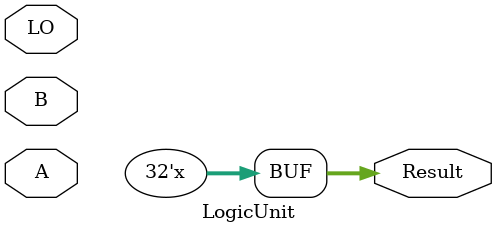
<source format=v>
`timescale 1ns / 1ps

module LogicUnit	(input 		[31:0]	A, B,
			 input 		[1:0]	LO,
			 output reg	[31:0]	Result);

	reg [31:0] AND, OR, XOR, NOR;

	always @(*) begin
		AND <= A & B;
		OR  <= A | B;
		XOR <= A ^ B;
		NOR <= ~(A | B);

		case (LO)
			0: Result = AND;
			1: Result = OR;
			2: Result = NOR;
			3: Result = XOR;
			default: Result = 0;
		endcase
	end
endmodule 		

</source>
